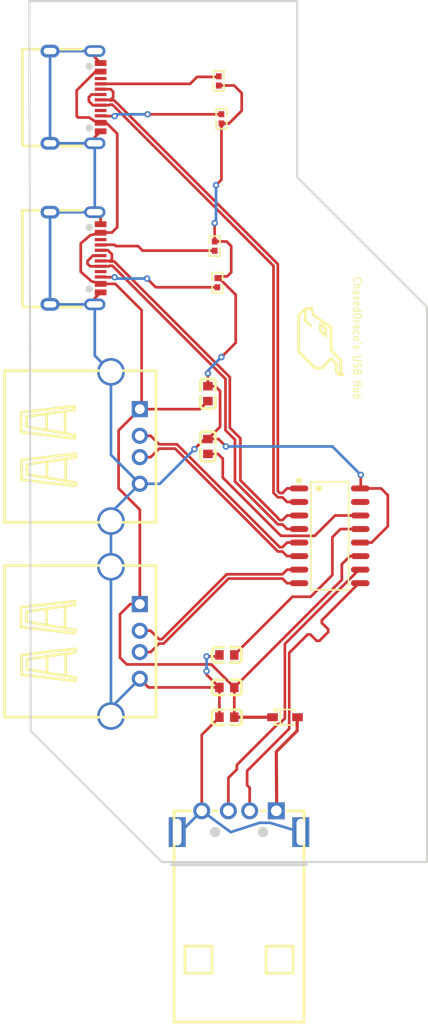
<source format=kicad_pcb>
(kicad_pcb (version 20241229) (generator "pcbnew") (generator_version "9.0")
  (layers (0 "F.Cu" signal "Top Layer") (2 "B.Cu" signal "Bottom Layer") (13 "F.Paste" user "Top Paste Mask Layer") (15 "B.Paste" user "Bottom Paste Mask Layer") (5 "F.SilkS" user "Top Silkscreen Layer") (7 "B.SilkS" user "Bottom Silkscreen Layer") (1 "F.Mask" user "Top Solder Mask Layer") (3 "B.Mask" user "Bottom Solder Mask Layer") (25 "Edge.Cuts" user "Multi-Layer"))
  (net 0 "")
  (net 1 "GND")
  (net 2 "+5V")
  (net 3 "$1N478")
  (net 4 "$1N479")
  (net 5 "$1N11")
  (net 6 "$1N12")
  (net 7 "$1N444")
  (net 8 "$1N467")
  (net 9 "$1N19")
  (net 10 "$1N17")
  (net 11 "$1N16")
  (net 12 "$1N14")
  (net 13 "$1N15")
  (net 14 "$1N6")
  (net 15 "$1N5")
  (net 16 "$1N3")
  (net 17 "$1N4")
  (net 18 "$1N1")
  (net 19 "$1N2")
  (footprint "ProPrj_USBHubwithnewconnectors_2025-12-02:R0402" (layer "F.Cu") (at 146.67 87.643 90)
    (property "Reference" "R1" (hide yes))
    (property "Value" "")
    (pad "1" smd rect (at -0.433 0 90) (size 0.5655 0.54) (layers "F.Cu" "F.Mask" "F.Paste") (net 8 "$1N467"))
    (pad "2" smd rect (at 0.433 0 90) (size 0.5655 0.54) (layers "F.Cu" "F.Mask" "F.Paste") (net 1 "GND"))
  )
  (footprint "ProPrj_USBHubwithnewconnectors_2025-12-02:R0402" (layer "F.Cu") (at 147.051 72.149 90)
    (property "Reference" "R3" (hide yes))
    (property "Value" "")
    (pad "1" smd rect (at -0.433 0 90) (size 0.5655 0.54) (layers "F.Cu" "F.Mask" "F.Paste") (net 1 "GND"))
    (pad "2" smd rect (at 0.433 0 90) (size 0.5655 0.54) (layers "F.Cu" "F.Mask" "F.Paste") (net 3 "$1N478"))
  )
  (footprint "ProPrj_USBHubwithnewconnectors_2025-12-02:USB-A-TH_C46407" (layer "F.Cu") (at 138.288 124.727 -90)
    (property "Reference" "USB3" (hide yes))
    (property "Value" "")
    (pad "1" thru_hole rect (at -3.5 -1.355 270) (size 1.524 1.524) (drill 0.92) (layers "*.Cu" "*.Mask") (net 2 "+5V"))
    (pad "2" thru_hole circle (at -1 -1.355 270) (size 1.524 1.524) (drill 0.92) (layers "*.Cu" "*.Mask") (net 16 "$1N3"))
    (pad "3" thru_hole circle (at 1 -1.355 270) (size 1.524 1.524) (drill 0.92) (layers "*.Cu" "*.Mask") (net 17 "$1N4"))
    (pad "4" thru_hole circle (at 3.5 -1.355 270) (size 1.524 1.524) (drill 0.92) (layers "*.Cu" "*.Mask") (net 1 "GND"))
    (pad "5" thru_hole circle (at 7 1.355 270) (size 2.6 2.6) (drill 2.1) (layers "*.Cu" "*.Mask") (net 1 "GND"))
    (pad "6" thru_hole circle (at -7 1.355 270) (size 2.6 2.6) (drill 2.1) (layers "*.Cu" "*.Mask") (net 1 "GND"))
  )
  (footprint "ProPrj_USBHubwithnewconnectors_2025-12-02:SOD-323_L1.8-W1.3-LS2.5-RD" (layer "F.Cu") (at 153.274 131.839)
    (property "Reference" "D1" (hide yes))
    (property "Value" "")
    (pad "1" smd rect (at -1.1725 0) (size 1 0.75) (layers "F.Cu" "F.Mask" "F.Paste") (net 2 "+5V"))
    (pad "2" smd rect (at 1.1725 0) (size 1 0.75) (layers "F.Cu" "F.Mask" "F.Paste") (net 7 "$1N444"))
  )
  (footprint "ProPrj_USBHubwithnewconnectors_2025-12-02:USB-C-SMD_TYPE-C-6PIN-2MD-073" (layer "F.Cu") (at 133.589 73.673 -90)
    (property "Reference" "USB5" (hide yes))
    (property "Value" "")
    (fp_poly (pts (xy -2.542994 -1.350684) (xy -2.566642 -1.438939) (xy -2.612326 -1.518067) (xy -2.676933 -1.582674) (xy -2.756061 -1.628358) (xy -2.844316 -1.652006) (xy -2.935684 -1.652006) (xy -3.023939 -1.628358) (xy -3.103067 -1.582674) (xy -3.167674 -1.518067) (xy -3.213358 -1.438939) (xy -3.237006 -1.350684) (xy -3.237006 -1.259316) (xy -3.213358 -1.171061) (xy -3.167674 -1.091933) (xy -3.103067 -1.027326) (xy -3.023939 -0.981642) (xy -2.935684 -0.957994) (xy -2.844316 -0.957994) (xy -2.756061 -0.981642) (xy -2.676933 -1.027326) (xy -2.612326 -1.091933) (xy -2.566642 -1.171061) (xy -2.542994 -1.259316)) (fill yes) (layer "Edge.Cuts"))
    (fp_poly (pts (xy 3.237006 -1.350684) (xy 3.213358 -1.438939) (xy 3.167674 -1.518067) (xy 3.103067 -1.582674) (xy 3.023939 -1.628358) (xy 2.935684 -1.652006) (xy 2.844316 -1.652006) (xy 2.756061 -1.628358) (xy 2.676933 -1.582674) (xy 2.612326 -1.518067) (xy 2.566642 -1.438939) (xy 2.542994 -1.350684) (xy 2.542994 -1.259316) (xy 2.566642 -1.171061) (xy 2.612326 -1.091933) (xy 2.676933 -1.027326) (xy 2.756061 -0.981642) (xy 2.844316 -0.957994) (xy 2.935684 -0.957994) (xy 3.023939 -0.981642) (xy 3.103067 -1.027326) (xy 3.167674 -1.091933) (xy 3.213358 -1.171061) (xy 3.237006 -1.259316)) (fill yes) (layer "Edge.Cuts"))
    (pad "1" smd rect (at -3.2 -2.375 270) (size 0.55 1.1) (layers "F.Cu" "F.Mask" "F.Paste") (net 1 "GND"))
    (pad "2" smd rect (at -2.4 -2.375 270) (size 0.55 1.1) (layers "F.Cu" "F.Mask" "F.Paste") (net 2 "+5V"))
    (pad "3" smd rect (at -1.75 -2.375 270) (size 0.3 1.1) (layers "F.Cu" "F.Mask" "F.Paste"))
    (pad "4" smd rect (at -1.25 -2.375 270) (size 0.3 1.1) (layers "F.Cu" "F.Mask" "F.Paste") (net 3 "$1N478"))
    (pad "5" smd rect (at -0.75 -2.375 270) (size 0.3 1.1) (layers "F.Cu" "F.Mask" "F.Paste") (net 10 "$1N17"))
    (pad "6" smd rect (at -0.25 -2.375 270) (size 0.3 1.1) (layers "F.Cu" "F.Mask" "F.Paste") (net 11 "$1N16"))
    (pad "7" smd rect (at 0.25 -2.375 270) (size 0.3 1.1) (layers "F.Cu" "F.Mask" "F.Paste") (net 10 "$1N17"))
    (pad "8" smd rect (at 0.75 -2.375 270) (size 0.3 1.1) (layers "F.Cu" "F.Mask" "F.Paste") (net 11 "$1N16"))
    (pad "9" smd rect (at 1.25 -2.375 270) (size 0.3 1.1) (layers "F.Cu" "F.Mask" "F.Paste"))
    (pad "10" smd rect (at 1.75 -2.375 270) (size 0.3 1.1) (layers "F.Cu" "F.Mask" "F.Paste") (net 4 "$1N479"))
    (pad "11" smd rect (at 2.4 -2.375 270) (size 0.55 1.1) (layers "F.Cu" "F.Mask" "F.Paste") (net 2 "+5V"))
    (pad "12" smd rect (at 3.2 -2.375 270) (size 0.55 1.1) (layers "F.Cu" "F.Mask" "F.Paste") (net 1 "GND"))
    (pad "13" thru_hole oval (at -4.325 -1.825 270) (size 1.1 2) (drill oval 0.6 1.5) (layers "*.Cu" "*.Mask") (net 1 "GND"))
    (pad "13" thru_hole oval (at -4.325 2.375 270) (size 1.2 1.8) (drill oval 0.6 1.2) (layers "*.Cu" "*.Mask"))
    (pad "14" thru_hole oval (at 4.325 -1.825 270) (size 1.1 2) (drill oval 0.6 1.5) (layers "*.Cu" "*.Mask") (net 1 "GND"))
    (pad "14" thru_hole oval (at 4.325 2.375 270) (size 1.2 1.8) (drill oval 0.6 1.2) (layers "*.Cu" "*.Mask"))
  )
  (footprint "ProPrj_USBHubwithnewconnectors_2025-12-02:C0603" (layer "F.Cu") (at 147.813 129.045 180)
    (property "Reference" "C1" (hide yes))
    (property "Value" "")
    (pad "1" smd rect (at -0.7 0 180) (size 0.8 0.9) (layers "F.Cu" "F.Mask" "F.Paste") (net 2 "+5V"))
    (pad "2" smd rect (at 0.7 0 180) (size 0.8 0.9) (layers "F.Cu" "F.Mask" "F.Paste") (net 1 "GND"))
  )
  (footprint "ProPrj_USBHubwithnewconnectors_2025-12-02:C0603" (layer "F.Cu") (at 147.813 125.997 180)
    (property "Reference" "C5" (hide yes))
    (property "Value" "")
    (pad "1" smd rect (at -0.7 0 180) (size 0.8 0.9) (layers "F.Cu" "F.Mask" "F.Paste") (net 6 "$1N12"))
    (pad "2" smd rect (at 0.7 0 180) (size 0.8 0.9) (layers "F.Cu" "F.Mask" "F.Paste") (net 1 "GND"))
  )
  (footprint "ProPrj_USBHubwithnewconnectors_2025-12-02:C0603" (layer "F.Cu") (at 146.035 101.486 90)
    (property "Reference" "C3" (hide yes))
    (property "Value" "")
    (pad "1" smd rect (at -0.7 0 90) (size 0.8 0.9) (layers "F.Cu" "F.Mask" "F.Paste") (net 2 "+5V"))
    (pad "2" smd rect (at 0.7 0 90) (size 0.8 0.9) (layers "F.Cu" "F.Mask" "F.Paste") (net 1 "GND"))
  )
  (footprint "ProPrj_USBHubwithnewconnectors_2025-12-02:USB-C-SMD_TYPE-C-6PIN-2MD-073" (layer "F.Cu") (at 133.589 88.786 -90)
    (property "Reference" "USB4" (hide yes))
    (property "Value" "")
    (fp_poly (pts (xy -2.542994 -1.350684) (xy -2.566642 -1.438939) (xy -2.612326 -1.518067) (xy -2.676933 -1.582674) (xy -2.756061 -1.628358) (xy -2.844316 -1.652006) (xy -2.935684 -1.652006) (xy -3.023939 -1.628358) (xy -3.103067 -1.582674) (xy -3.167674 -1.518067) (xy -3.213358 -1.438939) (xy -3.237006 -1.350684) (xy -3.237006 -1.259316) (xy -3.213358 -1.171061) (xy -3.167674 -1.091933) (xy -3.103067 -1.027326) (xy -3.023939 -0.981642) (xy -2.935684 -0.957994) (xy -2.844316 -0.957994) (xy -2.756061 -0.981642) (xy -2.676933 -1.027326) (xy -2.612326 -1.091933) (xy -2.566642 -1.171061) (xy -2.542994 -1.259316)) (fill yes) (layer "Edge.Cuts"))
    (fp_poly (pts (xy 3.237006 -1.350684) (xy 3.213358 -1.438939) (xy 3.167674 -1.518067) (xy 3.103067 -1.582674) (xy 3.023939 -1.628358) (xy 2.935684 -1.652006) (xy 2.844316 -1.652006) (xy 2.756061 -1.628358) (xy 2.676933 -1.582674) (xy 2.612326 -1.518067) (xy 2.566642 -1.438939) (xy 2.542994 -1.350684) (xy 2.542994 -1.259316) (xy 2.566642 -1.171061) (xy 2.612326 -1.091933) (xy 2.676933 -1.027326) (xy 2.756061 -0.981642) (xy 2.844316 -0.957994) (xy 2.935684 -0.957994) (xy 3.023939 -0.981642) (xy 3.103067 -1.027326) (xy 3.167674 -1.091933) (xy 3.213358 -1.171061) (xy 3.237006 -1.259316)) (fill yes) (layer "Edge.Cuts"))
    (pad "1" smd rect (at -3.2 -2.375 270) (size 0.55 1.1) (layers "F.Cu" "F.Mask" "F.Paste") (net 1 "GND"))
    (pad "2" smd rect (at -2.4 -2.375 270) (size 0.55 1.1) (layers "F.Cu" "F.Mask" "F.Paste") (net 2 "+5V"))
    (pad "3" smd rect (at -1.75 -2.375 270) (size 0.3 1.1) (layers "F.Cu" "F.Mask" "F.Paste"))
    (pad "4" smd rect (at -1.25 -2.375 270) (size 0.3 1.1) (layers "F.Cu" "F.Mask" "F.Paste") (net 8 "$1N467"))
    (pad "5" smd rect (at -0.75 -2.375 270) (size 0.3 1.1) (layers "F.Cu" "F.Mask" "F.Paste") (net 12 "$1N14"))
    (pad "6" smd rect (at -0.25 -2.375 270) (size 0.3 1.1) (layers "F.Cu" "F.Mask" "F.Paste") (net 13 "$1N15"))
    (pad "7" smd rect (at 0.25 -2.375 270) (size 0.3 1.1) (layers "F.Cu" "F.Mask" "F.Paste") (net 12 "$1N14"))
    (pad "8" smd rect (at 0.75 -2.375 270) (size 0.3 1.1) (layers "F.Cu" "F.Mask" "F.Paste") (net 13 "$1N15"))
    (pad "9" smd rect (at 1.25 -2.375 270) (size 0.3 1.1) (layers "F.Cu" "F.Mask" "F.Paste"))
    (pad "10" smd rect (at 1.75 -2.375 270) (size 0.3 1.1) (layers "F.Cu" "F.Mask" "F.Paste") (net 9 "$1N19"))
    (pad "11" smd rect (at 2.4 -2.375 270) (size 0.55 1.1) (layers "F.Cu" "F.Mask" "F.Paste") (net 2 "+5V"))
    (pad "12" smd rect (at 3.2 -2.375 270) (size 0.55 1.1) (layers "F.Cu" "F.Mask" "F.Paste") (net 1 "GND"))
    (pad "13" thru_hole oval (at -4.325 -1.825 270) (size 1.1 2) (drill oval 0.6 1.5) (layers "*.Cu" "*.Mask") (net 1 "GND"))
    (pad "13" thru_hole oval (at -4.325 2.375 270) (size 1.2 1.8) (drill oval 0.6 1.2) (layers "*.Cu" "*.Mask"))
    (pad "14" thru_hole oval (at 4.325 -1.825 270) (size 1.1 2) (drill oval 0.6 1.5) (layers "*.Cu" "*.Mask") (net 1 "GND"))
    (pad "14" thru_hole oval (at 4.325 2.375 270) (size 1.2 1.8) (drill oval 0.6 1.2) (layers "*.Cu" "*.Mask"))
  )
  (footprint "ProPrj_USBHubwithnewconnectors_2025-12-02:USB-A-TH_C46407" (layer "F.Cu") (at 138.288 106.439 -90)
    (property "Reference" "USB2" (hide yes))
    (property "Value" "")
    (pad "1" thru_hole rect (at -3.5 -1.355 270) (size 1.524 1.524) (drill 0.92) (layers "*.Cu" "*.Mask") (net 2 "+5V"))
    (pad "2" thru_hole circle (at -1 -1.355 270) (size 1.524 1.524) (drill 0.92) (layers "*.Cu" "*.Mask") (net 14 "$1N6"))
    (pad "3" thru_hole circle (at 1 -1.355 270) (size 1.524 1.524) (drill 0.92) (layers "*.Cu" "*.Mask") (net 15 "$1N5"))
    (pad "4" thru_hole circle (at 3.5 -1.355 270) (size 1.524 1.524) (drill 0.92) (layers "*.Cu" "*.Mask") (net 1 "GND"))
    (pad "5" thru_hole circle (at 7 1.355 270) (size 2.6 2.6) (drill 2.1) (layers "*.Cu" "*.Mask") (net 1 "GND"))
    (pad "6" thru_hole circle (at -7 1.355 270) (size 2.6 2.6) (drill 2.1) (layers "*.Cu" "*.Mask") (net 1 "GND"))
  )
  (footprint "ProPrj_USBHubwithnewconnectors_2025-12-02:R0402" (layer "F.Cu") (at 146.924 91.072 90)
    (property "Reference" "R2" (hide yes))
    (property "Value" "")
    (pad "1" smd rect (at -0.433 0 90) (size 0.5655 0.54) (layers "F.Cu" "F.Mask" "F.Paste") (net 9 "$1N19"))
    (pad "2" smd rect (at 0.433 0 90) (size 0.5655 0.54) (layers "F.Cu" "F.Mask" "F.Paste") (net 1 "GND"))
  )
  (footprint "ProPrj_USBHubwithnewconnectors_2025-12-02:C0603" (layer "F.Cu") (at 146.035 106.439 90)
    (property "Reference" "C4" (hide yes))
    (property "Value" "")
    (pad "1" smd rect (at -0.7 0 90) (size 0.8 0.9) (layers "F.Cu" "F.Mask" "F.Paste") (net 5 "$1N11"))
    (pad "2" smd rect (at 0.7 0 90) (size 0.8 0.9) (layers "F.Cu" "F.Mask" "F.Paste") (net 1 "GND"))
  )
  (footprint "ProPrj_USBHubwithnewconnectors_2025-12-02:C0603" (layer "F.Cu") (at 147.813 131.839 180)
    (property "Reference" "C2" (hide yes))
    (property "Value" "")
    (pad "1" smd rect (at -0.7 0 180) (size 0.8 0.9) (layers "F.Cu" "F.Mask" "F.Paste") (net 2 "+5V"))
    (pad "2" smd rect (at 0.7 0 180) (size 0.8 0.9) (layers "F.Cu" "F.Mask" "F.Paste") (net 1 "GND"))
  )
  (footprint "ProPrj_USBHubwithnewconnectors_2025-12-02:R0402" (layer "F.Cu") (at 147.305 75.705 90)
    (property "Reference" "R4" (hide yes))
    (property "Value" "")
    (pad "1" smd rect (at -0.433 0 90) (size 0.5655 0.54) (layers "F.Cu" "F.Mask" "F.Paste") (net 1 "GND"))
    (pad "2" smd rect (at 0.433 0 90) (size 0.5655 0.54) (layers "F.Cu" "F.Mask" "F.Paste") (net 4 "$1N479"))
  )
  (footprint "ProPrj_USBHubwithnewconnectors_2025-12-02:USB-A-TH_U-G-04WD-W-01" (layer "F.Cu") (at 148.956 141.618)
    (property "Reference" "USB1" (hide yes))
    (property "Value" "")
    (fp_line (start -6.35 4.064) (end 6.35 4.064) (stroke (width 0.254)) (layer "Edge.Cuts"))
    (fp_poly (pts (xy -1.754278 0.925237) (xy -1.78806 0.799158) (xy -1.853323 0.686119) (xy -1.945619 0.593823) (xy -2.058658 0.52856) (xy -2.184737 0.494778) (xy -2.315263 0.494778) (xy -2.441342 0.52856) (xy -2.554381 0.593823) (xy -2.646677 0.686119) (xy -2.71194 0.799158) (xy -2.745722 0.925237) (xy -2.745722 1.055763) (xy -2.71194 1.181842) (xy -2.646677 1.294881) (xy -2.554381 1.387177) (xy -2.441342 1.45244) (xy -2.315263 1.486222) (xy -2.184737 1.486222) (xy -2.058658 1.45244) (xy -1.945619 1.387177) (xy -1.853323 1.294881) (xy -1.78806 1.181842) (xy -1.754278 1.055763)) (fill yes) (layer "Edge.Cuts"))
    (fp_poly (pts (xy 2.745722 0.925237) (xy 2.71194 0.799158) (xy 2.646677 0.686119) (xy 2.554381 0.593823) (xy 2.441342 0.52856) (xy 2.315263 0.494778) (xy 2.184737 0.494778) (xy 2.058658 0.52856) (xy 1.945619 0.593823) (xy 1.853323 0.686119) (xy 1.78806 0.799158) (xy 1.754278 0.925237) (xy 1.754278 1.055763) (xy 1.78806 1.181842) (xy 1.853323 1.294881) (xy 1.945619 1.387177) (xy 2.058658 1.45244) (xy 2.184737 1.486222) (xy 2.315263 1.486222) (xy 2.441342 1.45244) (xy 2.554381 1.387177) (xy 2.646677 1.294881) (xy 2.71194 1.181842) (xy 2.745722 1.055763)) (fill yes) (layer "Edge.Cuts"))
    (pad "1" thru_hole rect (at 3.5 -1) (size 1.6 1.6) (drill 1) (layers "*.Cu" "*.Mask") (net 7 "$1N444"))
    (pad "2" thru_hole circle (at 1 -1) (size 1.6 1.6) (drill 1) (layers "*.Cu" "*.Mask") (net 19 "$1N2"))
    (pad "3" thru_hole circle (at -1 -1) (size 1.6 1.6) (drill 1) (layers "*.Cu" "*.Mask") (net 18 "$1N1"))
    (pad "4" thru_hole circle (at -3.5 -1) (size 1.6 1.6) (drill 1) (layers "*.Cu" "*.Mask") (net 1 "GND"))
    (pad "5" thru_hole rect (at 5.8 1) (size 1.6 2.8) (drill oval 0.8 2.5) (layers "*.Cu" "*.Mask") (net 1 "GND"))
    (pad "6" thru_hole rect (at -5.8 1) (size 1.6 2.8) (drill oval 0.8 2.5) (layers "*.Cu" "*.Mask") (net 1 "GND"))
  )
  (footprint "ProPrj_USBHubwithnewconnectors_2025-12-02:SOP-16_L10.0-W3.9-P1.27-LS6.0-BL" (layer "F.Cu") (at 157.465 114.821 -90)
    (property "Reference" "U1" (hide yes))
    (property "Value" "")
    (pad "1" smd oval (at -4.445 2.8725 270) (size 0.56 1.745) (layers "F.Cu" "F.Mask" "F.Paste") (net 10 "$1N17"))
    (pad "2" smd oval (at -3.175 2.8725 270) (size 0.56 1.745) (layers "F.Cu" "F.Mask" "F.Paste") (net 11 "$1N16"))
    (pad "3" smd oval (at -1.905 2.8725 270) (size 0.56 1.745) (layers "F.Cu" "F.Mask" "F.Paste") (net 12 "$1N14"))
    (pad "4" smd oval (at -0.635 2.8725 270) (size 0.56 1.745) (layers "F.Cu" "F.Mask" "F.Paste") (net 13 "$1N15"))
    (pad "5" smd oval (at 0.635 2.8725 270) (size 0.56 1.745) (layers "F.Cu" "F.Mask" "F.Paste") (net 14 "$1N6"))
    (pad "6" smd oval (at 1.905 2.8725 270) (size 0.56 1.745) (layers "F.Cu" "F.Mask" "F.Paste") (net 15 "$1N5"))
    (pad "7" smd oval (at 3.175 2.8725 270) (size 0.56 1.745) (layers "F.Cu" "F.Mask" "F.Paste") (net 16 "$1N3"))
    (pad "8" smd oval (at 4.445 2.8725 270) (size 0.56 1.745) (layers "F.Cu" "F.Mask" "F.Paste") (net 17 "$1N4"))
    (pad "9" smd oval (at 4.445 -2.8725 270) (size 0.56 1.745) (layers "F.Cu" "F.Mask" "F.Paste") (net 19 "$1N2"))
    (pad "10" smd oval (at 3.175 -2.8725 270) (size 0.56 1.745) (layers "F.Cu" "F.Mask" "F.Paste") (net 18 "$1N1"))
    (pad "11" smd oval (at 1.905 -2.8725 270) (size 0.56 1.745) (layers "F.Cu" "F.Mask" "F.Paste") (net 2 "+5V"))
    (pad "12" smd oval (at 0.635 -2.8725 270) (size 0.56 1.745) (layers "F.Cu" "F.Mask" "F.Paste") (net 1 "GND"))
    (pad "13" smd oval (at -0.635 -2.8725 270) (size 0.56 1.745) (layers "F.Cu" "F.Mask" "F.Paste") (net 6 "$1N12"))
    (pad "14" smd oval (at -1.905 -2.8725 270) (size 0.56 1.745) (layers "F.Cu" "F.Mask" "F.Paste") (net 5 "$1N11"))
    (pad "15" smd oval (at -3.175 -2.8725 270) (size 0.56 1.745) (layers "F.Cu" "F.Mask" "F.Paste"))
    (pad "16" smd oval (at -4.445 -2.8725 270) (size 0.56 1.745) (layers "F.Cu" "F.Mask" "F.Paste") (net 1 "GND"))
  )
  (gr_line (start 136.895 73.923) (end 135.964 73.923) (stroke (width 0.254)) (layer "F.Cu") (net 10))
  (gr_line (start 148.015 76.138) (end 149.21 74.943) (stroke (width 0.254)) (layer "F.Cu") (net 1))
  (gr_line (start 148.6445 92.207) (end 148.6445 96.7175) (stroke (width 0.254)) (layer "F.Cu") (net 1))
  (gr_line (start 146.924 91.505) (end 141.134 91.505) (stroke (width 0.254)) (layer "F.Cu") (net 9))
  (gr_line (start 146.732 100.786) (end 147.178 101.232) (stroke (width 0.254)) (layer "F.Cu") (net 1))
  (gr_line (start 138.415 126.886) (end 137.78 126.251) (stroke (width 0.254)) (layer "F.Cu") (net 2))
  (gr_line (start 147.305 76.138) (end 148.015 76.138) (stroke (width 0.254)) (layer "F.Cu") (net 1))
  (gr_line (start 148.2225 87.643) (end 148.2225 90.104) (stroke (width 0.254)) (layer "F.Cu") (net 1))
  (gr_line (start 148.6445 96.7175) (end 147.305 98.057) (stroke (width 0.254)) (layer "F.Cu") (net 1))
  (gr_line (start 134.859 73.673) (end 135.109 73.423) (stroke (width 0.254)) (layer "F.Cu") (net 11))
  (gr_line (start 147.7895 87.21) (end 148.2225 87.643) (stroke (width 0.254)) (layer "F.Cu") (net 1))
  (gr_line (start 161.402 115.456) (end 162.926 113.932) (stroke (width 0.254)) (layer "F.Cu") (net 1))
  (gr_line (start 159.37 116.726) (end 160.3375 116.726) (stroke (width 0.254)) (layer "F.Cu") (net 2))
  (gr_line (start 148.513 131.839) (end 148.513 129.045) (stroke (width 0.254)) (layer "F.Cu") (net 2))
  (gr_line (start 137.018 86.373) (end 135.964 86.373) (stroke (width 0.254)) (layer "F.Cu") (net 2))
  (gr_line (start 139.906 88.0685) (end 139.4805 87.643) (stroke (width 0.254)) (layer "F.Cu") (net 8))
  (gr_line (start 158.608 118.95) (end 158.608 117.488) (stroke (width 0.254)) (layer "F.Cu") (net 2))
  (gr_line (start 137.272 87.516) (end 135.964 87.516) (stroke (width 0.254)) (layer "F.Cu") (net 8))
  (gr_line (start 137.145 73.673) (end 136.895 73.923) (stroke (width 0.254)) (layer "F.Cu") (net 10))
  (gr_line (start 133.716 73.038) (end 133.716 75.451) (stroke (width 0.254)) (layer "F.Cu") (net 2))
  (gr_line (start 135.109 73.423) (end 135.964 73.423) (stroke (width 0.254)) (layer "F.Cu") (net 11))
  (gr_line (start 135.481 71.273) (end 133.716 73.038) (stroke (width 0.254)) (layer "F.Cu") (net 2))
  (gr_line (start 139.643 121.227) (end 139.643 112.366) (stroke (width 0.254)) (layer "F.Cu") (net 2))
  (gr_line (start 155.687 120.536) (end 157.719 118.504) (stroke (width 0.254)) (layer "F.Cu") (net 6))
  (gr_line (start 137.78 126.251) (end 137.78 122.187) (stroke (width 0.254)) (layer "F.Cu") (net 2))
  (gr_line (start 146.354 126.886) (end 138.415 126.886) (stroke (width 0.254)) (layer "F.Cu") (net 2))
  (gr_line (start 145.456 133.496) (end 147.113 131.839) (stroke (width 0.254)) (layer "F.Cu") (net 1))
  (gr_line (start 160.3375 112.916) (end 157.973 112.916) (stroke (width 0.254)) (layer "F.Cu") (net 5))
  (gr_line (start 145.282 102.939) (end 146.035 102.186) (stroke (width 0.254)) (layer "F.Cu") (net 2))
  (gr_line (start 146.035 99.581) (end 146.035 100.786) (stroke (width 0.254)) (layer "F.Cu") (net 1))
  (gr_line (start 134.8885 75.578) (end 135.636 76.073) (stroke (width 0.254)) (layer "F.Cu") (net 2))
  (gr_line (start 147.432 109.36) (end 147.432 107.582) (stroke (width 0.254)) (layer "F.Cu") (net 5))
  (gr_line (start 133.716 75.451) (end 133.843 75.578) (stroke (width 0.254)) (layer "F.Cu") (net 2))
  (gr_line (start 135.414 92.536) (end 135.964 91.986) (stroke (width 0.254)) (layer "F.Cu") (net 1))
  (gr_line (start 162.926 111.011) (end 162.291 110.376) (stroke (width 0.254)) (layer "F.Cu") (net 1))
  (gr_line (start 146.035 105.739) (end 147.0255 105.739) (stroke (width 0.254)) (layer "F.Cu") (net 1))
  (gr_line (start 145.719 105.739) (end 144.765 106.693) (stroke (width 0.254)) (layer "F.Cu") (net 1))
  (gr_line (start 135.964 91.186) (end 135.113 90.945) (stroke (width 0.254)) (layer "F.Cu") (net 2))
  (gr_line (start 146.035 105.739) (end 145.719 105.739) (stroke (width 0.254)) (layer "F.Cu") (net 1))
  (gr_line (start 146.67 87.21) (end 147.7895 87.21) (stroke (width 0.254)) (layer "F.Cu") (net 1))
  (gr_line (start 148.513 125.997) (end 153.974 120.536) (stroke (width 0.254)) (layer "F.Cu") (net 6))
  (gr_line (start 134.986 86.627) (end 135.964 86.386) (stroke (width 0.254)) (layer "F.Cu") (net 2))
  (gr_line (start 152.893 114.821) (end 147.432 109.36) (stroke (width 0.254)) (layer "F.Cu") (net 5))
  (gr_line (start 145.908 126.132) (end 146.978 126.132) (stroke (width 0.254)) (layer "F.Cu") (net 1))
  (gr_line (start 145.456 140.618) (end 145.456 133.496) (stroke (width 0.254)) (layer "F.Cu") (net 1))
  (gr_line (start 147.113 129.045) (end 140.461 129.045) (stroke (width 0.254)) (layer "F.Cu") (net 1))
  (gr_line (start 135.964 71.273) (end 135.481 71.273) (stroke (width 0.254)) (layer "F.Cu") (net 2))
  (gr_line (start 146.67 88.0685) (end 139.906 88.0685) (stroke (width 0.254)) (layer "F.Cu") (net 8))
  (gr_line (start 148.513 129.045) (end 158.608 118.95) (stroke (width 0.254)) (layer "F.Cu") (net 2))
  (gr_line (start 160.3375 115.456) (end 161.402 115.456) (stroke (width 0.254)) (layer "F.Cu") (net 1))
  (gr_line (start 139.812 93.6565) (end 137.3415 91.186) (stroke (width 0.254)) (layer "F.Cu") (net 2))
  (gr_line (start 137.3415 91.186) (end 135.964 91.186) (stroke (width 0.254)) (layer "F.Cu") (net 2))
  (gr_line (start 141.134 91.505) (end 140.32 90.691) (stroke (width 0.254)) (layer "F.Cu") (net 9))
  (gr_line (start 134.097 87.389) (end 134.986 86.627) (stroke (width 0.254)) (layer "F.Cu") (net 2))
  (gr_line (start 147.178 104.596) (end 146.035 105.739) (stroke (width 0.254)) (layer "F.Cu") (net 1))
  (gr_line (start 147.113 129.045) (end 145.908 127.84) (stroke (width 0.254)) (layer "F.Cu") (net 1))
  (gr_line (start 136.8575 89.036) (end 135.964 89.036) (stroke (width 0.254)) (layer "F.Cu") (net 12))
  (gr_line (start 135.414 84.461) (end 135.964 85.011) (stroke (width 0.254)) (layer "F.Cu") (net 1))
  (gr_line (start 139.812 102.756) (end 139.812 93.6565) (stroke (width 0.254)) (layer "F.Cu") (net 2))
  (gr_line (start 135.414 69.923) (end 135.964 70.473) (stroke (width 0.254)) (layer "F.Cu") (net 1))
  (gr_line (start 160.386 109.106) (end 160.386 110.3275) (stroke (width 0.254)) (layer "F.Cu") (net 1))
  (gr_line (start 147.0765 90.639) (end 148.6445 92.207) (stroke (width 0.254)) (layer "F.Cu") (net 1))
  (gr_line (start 162.926 113.932) (end 162.926 111.011) (stroke (width 0.254)) (layer "F.Cu") (net 1))
  (gr_line (start 135.964 72.923) (end 136.903 72.923) (stroke (width 0.254)) (layer "F.Cu") (net 10))
  (gr_line (start 144.364 72.423) (end 145.019 71.768) (stroke (width 0.254)) (layer "F.Cu") (net 3))
  (gr_line (start 145.908 127.84) (end 145.908 127.521) (stroke (width 0.254)) (layer "F.Cu") (net 1))
  (gr_line (start 156.068 114.821) (end 152.893 114.821) (stroke (width 0.254)) (layer "F.Cu") (net 5))
  (gr_line (start 135.228 74.423) (end 134.859 74.054) (stroke (width 0.254)) (layer "F.Cu") (net 11))
  (gr_line (start 146.035 100.786) (end 146.732 100.786) (stroke (width 0.254)) (layer "F.Cu") (net 1))
  (gr_line (start 135.964 74.423) (end 135.228 74.423) (stroke (width 0.254)) (layer "F.Cu") (net 11))
  (gr_line (start 136.497 76.073) (end 137.526 77.102) (stroke (width 0.254)) (layer "F.Cu") (net 2))
  (gr_line (start 139.4805 87.643) (end 137.399 87.643) (stroke (width 0.254)) (layer "F.Cu") (net 8))
  (gr_line (start 138.74 121.227) (end 139.643 121.227) (stroke (width 0.254)) (layer "F.Cu") (net 2))
  (gr_line (start 135.113 90.945) (end 134.097 90.056) (stroke (width 0.254)) (layer "F.Cu") (net 2))
  (gr_line (start 134.859 74.054) (end 134.859 73.673) (stroke (width 0.254)) (layer "F.Cu") (net 11))
  (gr_line (start 135.414 93.111) (end 135.414 92.536) (stroke (width 0.254)) (layer "F.Cu") (net 1))
  (gr_line (start 146.67 85.484) (end 146.67 87.21) (stroke (width 0.254)) (layer "F.Cu") (net 1))
  (gr_line (start 146.989 107.139) (end 146.035 107.139) (stroke (width 0.254)) (layer "F.Cu") (net 5))
  (gr_line (start 137.018 88.405) (end 137.018 88.942) (stroke (width 0.254)) (layer "F.Cu") (net 12))
  (gr_line (start 136.903 72.923) (end 137.145 73.165) (stroke (width 0.254)) (layer "F.Cu") (net 10))
  (gr_line (start 146.924 90.639) (end 147.0765 90.639) (stroke (width 0.254)) (layer "F.Cu") (net 1))
  (gr_line (start 147.432 107.582) (end 146.989 107.139) (stroke (width 0.254)) (layer "F.Cu") (net 5))
  (gr_line (start 137.653 110.376) (end 137.653 104.929) (stroke (width 0.254)) (layer "F.Cu") (net 2))
  (gr_line (start 158.608 117.488) (end 159.37 116.726) (stroke (width 0.254)) (layer "F.Cu") (net 2))
  (gr_line (start 135.636 76.073) (end 135.964 76.073) (stroke (width 0.254)) (layer "F.Cu") (net 2))
  (gr_line (start 148.2225 90.104) (end 147.8395 90.487) (stroke (width 0.254)) (layer "F.Cu") (net 1))
  (gr_line (start 147.113 131.839) (end 147.113 129.045) (stroke (width 0.254)) (layer "F.Cu") (net 1))
  (gr_line (start 146.978 126.132) (end 147.113 125.997) (stroke (width 0.254)) (layer "F.Cu") (net 1))
  (gr_line (start 145.019 71.768) (end 147.051 71.768) (stroke (width 0.254)) (layer "F.Cu") (net 3))
  (gr_line (start 135.414 77.998) (end 135.414 77.423) (stroke (width 0.254)) (layer "F.Cu") (net 1))
  (gr_line (start 135.236 88.536) (end 134.732 89.04) (stroke (width 0.254)) (layer "F.Cu") (net 13))
  (gr_line (start 147.178 101.232) (end 147.178 104.596) (stroke (width 0.254)) (layer "F.Cu") (net 1))
  (gr_line (start 152.496 140.586) (end 152.456 135.07) (stroke (width 0.3)) (layer "F.Cu") (net 7))
  (gr_line (start 133.843 75.578) (end 134.8885 75.578) (stroke (width 0.254)) (layer "F.Cu") (net 2))
  (gr_line (start 135.414 77.423) (end 135.964 76.873) (stroke (width 0.254)) (layer "F.Cu") (net 1))
  (gr_line (start 137.399 87.643) (end 137.272 87.516) (stroke (width 0.254)) (layer "F.Cu") (net 8))
  (gr_line (start 157.719 114.948) (end 158.481 114.186) (stroke (width 0.254)) (layer "F.Cu") (net 6))
  (gr_line (start 139.643 102.939) (end 145.282 102.939) (stroke (width 0.254)) (layer "F.Cu") (net 2))
  (gr_line (start 137.526 77.102) (end 137.526 85.865) (stroke (width 0.254)) (layer "F.Cu") (net 2))
  (gr_line (start 137.272 90.564) (end 135.964 90.564) (stroke (width 0.254)) (layer "F.Cu") (net 9))
  (gr_line (start 147.8395 90.487) (end 147.0765 90.487) (stroke (width 0.254)) (layer "F.Cu") (net 1))
  (gr_line (start 137.653 104.929) (end 139.643 102.939) (stroke (width 0.254)) (layer "F.Cu") (net 2))
  (gr_line (start 136.649 88.036) (end 137.018 88.405) (stroke (width 0.254)) (layer "F.Cu") (net 12))
  (gr_line (start 137.018 88.942) (end 136.8575 89.036) (stroke (width 0.254)) (layer "F.Cu") (net 12))
  (gr_line (start 149.21 73.292) (end 148.4925 72.5745) (stroke (width 0.254)) (layer "F.Cu") (net 1))
  (gr_line (start 135.964 85.011) (end 135.964 85.586) (stroke (width 0.254)) (layer "F.Cu") (net 1))
  (gr_line (start 147.305 75.2795) (end 140.42 75.2795) (stroke (width 0.254)) (layer "F.Cu") (net 4))
  (gr_line (start 147.0765 90.487) (end 146.924 90.639) (stroke (width 0.254)) (layer "F.Cu") (net 1))
  (gr_line (start 139.643 112.366) (end 137.653 110.376) (stroke (width 0.254)) (layer "F.Cu") (net 2))
  (gr_line (start 135.964 88.536) (end 135.236 88.536) (stroke (width 0.254)) (layer "F.Cu") (net 13))
  (gr_line (start 152.456 135.07) (end 154.417 133.109) (stroke (width 0.3)) (layer "F.Cu") (net 7))
  (gr_line (start 137.526 85.865) (end 137.018 86.373) (stroke (width 0.254)) (layer "F.Cu") (net 2))
  (gr_line (start 147.305 81.42) (end 146.797 81.928) (stroke (width 0.254)) (layer "F.Cu") (net 1))
  (gr_line (start 137.272 75.451) (end 135.964 75.451) (stroke (width 0.254)) (layer "F.Cu") (net 4))
  (gr_line (start 137.145 73.165) (end 137.145 73.673) (stroke (width 0.254)) (layer "F.Cu") (net 10))
  (gr_line (start 134.732 89.294) (end 134.974 89.536) (stroke (width 0.254)) (layer "F.Cu") (net 13))
  (gr_line (start 160.386 110.3275) (end 160.3375 110.376) (stroke (width 0.254)) (layer "F.Cu") (net 1))
  (gr_line (start 134.097 90.056) (end 134.097 87.389) (stroke (width 0.254)) (layer "F.Cu") (net 2))
  (gr_line (start 134.732 89.04) (end 134.732 89.294) (stroke (width 0.254)) (layer "F.Cu") (net 13))
  (gr_line (start 154.417 133.109) (end 154.417 131.8685) (stroke (width 0.3)) (layer "F.Cu") (net 7))
  (gr_line (start 147.0255 105.739) (end 147.7255 106.439) (stroke (width 0.254)) (layer "F.Cu") (net 1))
  (gr_line (start 158.481 114.186) (end 160.3375 114.186) (stroke (width 0.254)) (layer "F.Cu") (net 6))
  (gr_line (start 135.964 76.073) (end 136.497 76.073) (stroke (width 0.254)) (layer "F.Cu") (net 2))
  (gr_line (start 134.974 89.536) (end 135.964 89.536) (stroke (width 0.254)) (layer "F.Cu") (net 13))
  (gr_line (start 153.974 120.536) (end 155.687 120.536) (stroke (width 0.254)) (layer "F.Cu") (net 6))
  (gr_line (start 135.964 88.036) (end 136.649 88.036) (stroke (width 0.254)) (layer "F.Cu") (net 12))
  (gr_line (start 162.291 110.376) (end 160.3375 110.376) (stroke (width 0.254)) (layer "F.Cu") (net 1))
  (gr_line (start 137.78 122.187) (end 138.74 121.227) (stroke (width 0.254)) (layer "F.Cu") (net 2))
  (gr_line (start 157.973 112.916) (end 156.068 114.821) (stroke (width 0.254)) (layer "F.Cu") (net 5))
  (gr_line (start 152.1015 131.839) (end 148.513 131.839) (stroke (width 0.3)) (layer "F.Cu") (net 2))
  (gr_line (start 135.964 72.423) (end 144.364 72.423) (stroke (width 0.254)) (layer "F.Cu") (net 3))
  (gr_line (start 147.305 76.138) (end 147.305 81.42) (stroke (width 0.254)) (layer "F.Cu") (net 1))
  (gr_line (start 148.4925 72.5745) (end 147.051 72.5745) (stroke (width 0.254)) (layer "F.Cu") (net 1))
  (gr_line (start 135.414 69.348) (end 135.414 69.923) (stroke (width 0.254)) (layer "F.Cu") (net 1))
  (gr_line (start 140.461 129.045) (end 139.643 128.227) (stroke (width 0.254)) (layer "F.Cu") (net 1))
  (gr_line (start 149.21 74.943) (end 149.21 73.292) (stroke (width 0.254)) (layer "F.Cu") (net 1))
  (gr_line (start 157.719 118.504) (end 157.719 114.948) (stroke (width 0.254)) (layer "F.Cu") (net 6))
  (gr_line (start 154.417 131.8685) (end 154.4465 131.839) (stroke (width 0.3)) (layer "F.Cu") (net 7))
  (gr_line (start 148.513 129.045) (end 146.354 126.886) (stroke (width 0.254)) (layer "F.Cu") (net 2))
  (gr_line (start 145.456 140.618) (end 143.456 142.618) (stroke (width 0.254)) (layer "B.Cu") (net 1))
  (gr_line (start 135.414 97.92) (end 135.414 93.111) (stroke (width 0.254)) (layer "B.Cu") (net 1))
  (gr_line (start 135.414 77.998) (end 131.214 77.998) (stroke (width 0.254)) (layer "B.Cu") (net 1))
  (gr_line (start 143.456 142.618) (end 143.156 142.618) (stroke (width 0.254)) (layer "B.Cu") (net 1))
  (gr_line (start 135.414 84.461) (end 135.414 77.998) (stroke (width 0.254)) (layer "B.Cu") (net 1))
  (gr_line (start 131.214 69.348) (end 135.414 69.348) (stroke (width 0.254)) (layer "B.Cu") (net 1))
  (gr_line (start 147.305 98.057) (end 146.035 99.327) (stroke (width 0.254)) (layer "B.Cu") (net 1))
  (gr_line (start 136.933 107.229) (end 136.933 99.439) (stroke (width 0.254)) (layer "B.Cu") (net 1))
  (gr_line (start 144.765 106.693) (end 141.519 109.939) (stroke (width 0.254)) (layer "B.Cu") (net 1))
  (gr_line (start 136.933 99.439) (end 135.414 97.92) (stroke (width 0.254)) (layer "B.Cu") (net 1))
  (gr_line (start 146.797 85.357) (end 146.67 85.484) (stroke (width 0.254)) (layer "B.Cu") (net 1))
  (gr_line (start 146.797 81.928) (end 146.797 85.357) (stroke (width 0.254)) (layer "B.Cu") (net 1))
  (gr_line (start 131.214 77.998) (end 131.214 69.348) (stroke (width 0.254)) (layer "B.Cu") (net 1))
  (gr_line (start 137.4435 75.2795) (end 137.272 75.451) (stroke (width 0.254)) (layer "B.Cu") (net 4))
  (gr_line (start 139.643 109.939) (end 136.933 107.229) (stroke (width 0.254)) (layer "B.Cu") (net 1))
  (gr_line (start 136.933 130.937) (end 136.933 112.649) (stroke (width 0.254)) (layer "B.Cu") (net 1))
  (gr_line (start 131.214 93.111) (end 131.214 84.461) (stroke (width 0.254)) (layer "B.Cu") (net 1))
  (gr_line (start 157.719 106.439) (end 160.386 109.106) (stroke (width 0.254)) (layer "B.Cu") (net 1))
  (gr_line (start 145.456 140.618) (end 148.174 142.618) (stroke (width 0.254)) (layer "B.Cu") (net 1))
  (gr_line (start 136.933 112.649) (end 139.643 109.939) (stroke (width 0.254)) (layer "B.Cu") (net 1))
  (gr_line (start 140.376 75.2795) (end 137.4435 75.2795) (stroke (width 0.254)) (layer "B.Cu") (net 4))
  (gr_line (start 137.526 90.691) (end 137.399 90.564) (stroke (width 0.254)) (layer "B.Cu") (net 9))
  (gr_line (start 131.214 84.461) (end 135.414 84.461) (stroke (width 0.254)) (layer "B.Cu") (net 1))
  (gr_line (start 150.8725 141.745) (end 151.8775 141.745) (stroke (width 0.254)) (layer "B.Cu") (net 1))
  (gr_line (start 139.643 128.227) (end 136.933 130.937) (stroke (width 0.254)) (layer "B.Cu") (net 1))
  (gr_line (start 151.8775 141.745) (end 154.756 142.618) (stroke (width 0.254)) (layer "B.Cu") (net 1))
  (gr_line (start 148.174 142.618) (end 150.8725 141.745) (stroke (width 0.254)) (layer "B.Cu") (net 1))
  (gr_line (start 135.414 93.111) (end 131.214 93.111) (stroke (width 0.254)) (layer "B.Cu") (net 1))
  (gr_line (start 140.32 90.691) (end 137.526 90.691) (stroke (width 0.254)) (layer "B.Cu") (net 9))
  (gr_line (start 141.519 109.939) (end 139.643 109.939) (stroke (width 0.254)) (layer "B.Cu") (net 1))
  (gr_line (start 147.7255 106.439) (end 157.719 106.439) (stroke (width 0.254)) (layer "B.Cu") (net 1))
  (gr_line (start 146.035 99.327) (end 146.035 99.581) (stroke (width 0.254)) (layer "B.Cu") (net 1))
  (gr_line (start 145.908 127.521) (end 145.908 126.386) (stroke (width 0.254)) (layer "B.Cu") (net 1))
  (gr_line (start 155.179 94.628) (end 155.687 95.136) (stroke (width 0.254)) (layer "F.SilkS"))
  (gr_line (start 155.687 93.485) (end 155.7505 93.4215) (stroke (width 0.254)) (layer "F.SilkS"))
  (gr_line (start 156.068 99.073) (end 154.544 97.549) (stroke (width 0.254)) (layer "F.SilkS"))
  (gr_line (start 156.83 98.946) (end 156.83 99.073) (stroke (width 0.254)) (layer "F.SilkS"))
  (gr_line (start 157.592 98.184) (end 156.83 98.946) (stroke (width 0.254)) (layer "F.SilkS"))
  (gr_line (start 156.83 99.073) (end 156.068 99.073) (stroke (width 0.254)) (layer "F.SilkS"))
  (gr_line (start 157.084 95.39) (end 157.084 96.0865) (stroke (width 0.254)) (layer "F.SilkS"))
  (gr_line (start 155.179 93.485) (end 155.687 93.485) (stroke (width 0.254)) (layer "F.SilkS"))
  (gr_line (start 156.703 95.009) (end 157.084 95.39) (stroke (width 0.254)) (layer "F.SilkS"))
  (gr_line (start 154.544 94.12) (end 155.179 93.485) (stroke (width 0.254)) (layer "F.SilkS"))
  (gr_line (start 156.8245 95.8235) (end 156.576 95.517) (stroke (width 0.254)) (layer "F.SilkS"))
  (gr_line (start 157.592 95.263) (end 157.592 97.422) (stroke (width 0.254)) (layer "F.SilkS"))
  (gr_line (start 157.084 96.0865) (end 156.8245 95.8235) (stroke (width 0.254)) (layer "F.SilkS"))
  (gr_line (start 154.544 97.549) (end 154.544 94.12) (stroke (width 0.254)) (layer "F.SilkS"))
  (gr_line (start 155.941 94.12) (end 157.592 95.263) (stroke (width 0.254)) (layer "F.SilkS"))
  (gr_line (start 155.179 93.485) (end 155.179 94.628) (stroke (width 0.254)) (layer "F.SilkS"))
  (gr_line (start 158.735 99.708) (end 158.354 99.708) (stroke (width 0.254)) (layer "F.SilkS"))
  (gr_line (start 158.354 99.708) (end 158.1 99.454) (stroke (width 0.254)) (layer "F.SilkS"))
  (gr_line (start 158.481 98.311) (end 158.481 99.454) (stroke (width 0.254)) (layer "F.SilkS"))
  (gr_line (start 156.576 95.517) (end 156.576 95.009) (stroke (width 0.254)) (layer "F.SilkS"))
  (gr_line (start 155.7505 93.4215) (end 155.941 94.12) (stroke (width 0.254)) (layer "F.SilkS"))
  (gr_line (start 157.592 97.422) (end 158.481 98.311) (stroke (width 0.254)) (layer "F.SilkS"))
  (gr_line (start 158.1 98.692) (end 157.592 98.184) (stroke (width 0.254)) (layer "F.SilkS"))
  (gr_line (start 158.1 99.454) (end 158.1 98.692) (stroke (width 0.254)) (layer "F.SilkS"))
  (gr_line (start 158.481 99.454) (end 158.735 99.708) (stroke (width 0.254)) (layer "F.SilkS"))
  (gr_line (start 154.417 81.166) (end 154.417 64.656) (stroke (width 0.2)) (layer "Edge.Cuts"))
  (gr_line (start 166.609 93.358) (end 154.417 81.166) (stroke (width 0.2)) (layer "Edge.Cuts"))
  (gr_line (start 166.609 145.428) (end 166.609 93.358) (stroke (width 0.2)) (layer "Edge.Cuts"))
  (gr_line (start 154.417 64.656) (end 154.163 64.656) (stroke (width 0.2)) (layer "Edge.Cuts"))
  (gr_line (start 154.417 64.656) (end 154.417 64.817) (stroke (width 0.2)) (layer "Edge.Cuts"))
  (gr_line (start 129.271 64.783) (end 129.398 133.109) (stroke (width 0.2)) (layer "Edge.Cuts"))
  (gr_line (start 129.271 64.656) (end 129.271 64.783) (stroke (width 0.2)) (layer "Edge.Cuts"))
  (gr_line (start 129.398 133.109) (end 141.717 145.428) (stroke (width 0.2)) (layer "Edge.Cuts"))
  (gr_line (start 154.163 64.656) (end 129.271 64.656) (stroke (width 0.2)) (layer "Edge.Cuts"))
  (gr_line (start 141.717 145.428) (end 166.609 145.428) (stroke (width 0.2)) (layer "Edge.Cuts"))
  (gr_text "ChasedDraco's USB Hub" (at 159.624 90.437 270) (layer "F.SilkS") (effects (font (size 0.7335 0.629) (thickness 0.1)) (justify left bottom)))
  (via (at 146.67 85.484) (size 0.6095) (drill 0.305) (layers "F.Cu" "B.Cu") (net 1))
  (via (at 146.035 99.581) (size 0.6095) (drill 0.305) (layers "F.Cu" "B.Cu") (net 1))
  (via (at 145.908 127.521) (size 0.6095) (drill 0.305) (layers "F.Cu" "B.Cu") (net 1))
  (via (at 145.908 126.132) (size 0.6095) (drill 0.305) (layers "F.Cu" "B.Cu") (net 1))
  (via (at 146.797 81.928) (size 0.6095) (drill 0.305) (layers "F.Cu" "B.Cu") (net 1))
  (via (at 144.765 106.693) (size 0.6095) (drill 0.305) (layers "F.Cu" "B.Cu") (net 1))
  (via (at 147.305 98.057) (size 0.6095) (drill 0.305) (layers "F.Cu" "B.Cu") (net 1))
  (via (at 147.7255 106.439) (size 0.6095) (drill 0.305) (layers "F.Cu" "B.Cu") (net 1))
  (via (at 160.386 109.106) (size 0.6095) (drill 0.305) (layers "F.Cu" "B.Cu") (net 1))
  (via (at 140.376 75.2795) (size 0.6095) (drill 0.305) (layers "F.Cu" "B.Cu") (net 4))
  (via (at 137.272 75.451) (size 0.6095) (drill 0.305) (layers "F.Cu" "B.Cu") (net 4))
  (via (at 140.32 90.691) (size 0.6095) (drill 0.305) (layers "F.Cu" "B.Cu") (net 9))
  (via (at 137.272 90.564) (size 0.6095) (drill 0.305) (layers "F.Cu" "B.Cu") (net 9))
  (segment (start 136.815 73.97) (end 137.237 73.97) (width 0.254) (layer "F.Cu") (net 10))
  (segment (start 152.6005 110.628) (end 152.78 110.808) (width 0.254) (layer "F.Cu") (net 10))
  (segment (start 135.964 73.923) (end 136.768 73.923) (width 0.254) (layer "F.Cu") (net 10))
  (segment (start 137.237 73.97) (end 152.6005 89.3335) (width 0.254) (layer "F.Cu") (net 10))
  (segment (start 153.034 110.808) (end 153.466 110.376) (width 0.254) (layer "F.Cu") (net 10))
  (segment (start 152.78 110.808) (end 153.034 110.808) (width 0.254) (layer "F.Cu") (net 10))
  (segment (start 153.466 110.376) (end 154.5925 110.376) (width 0.254) (layer "F.Cu") (net 10))
  (segment (start 136.768 73.923) (end 136.815 73.97) (width 0.254) (layer "F.Cu") (net 10))
  (segment (start 152.6005 89.3335) (end 152.6005 110.628) (width 0.254) (layer "F.Cu") (net 10))
  (segment (start 153.466 111.646) (end 154.5925 111.646) (width 0.254) (layer "F.Cu") (net 11))
  (segment (start 152.612 111.214) (end 153.034 111.214) (width 0.254) (layer "F.Cu") (net 11))
  (segment (start 136.768 74.423) (end 136.815 74.376) (width 0.254) (layer "F.Cu") (net 11))
  (segment (start 136.815 74.376) (end 137.069 74.376) (width 0.254) (layer "F.Cu") (net 11))
  (segment (start 152.194 89.5015) (end 152.194 110.7965) (width 0.254) (layer "F.Cu") (net 11))
  (segment (start 135.964 74.423) (end 136.768 74.423) (width 0.254) (layer "F.Cu") (net 11))
  (segment (start 137.069 74.376) (end 152.194 89.5015) (width 0.254) (layer "F.Cu") (net 11))
  (segment (start 152.194 110.7965) (end 152.612 111.214) (width 0.254) (layer "F.Cu") (net 11))
  (segment (start 153.034 111.214) (end 153.466 111.646) (width 0.254) (layer "F.Cu") (net 11))
  (segment (start 152.78 113.348) (end 153.034 113.348) (width 0.254) (layer "F.Cu") (net 12))
  (segment (start 153.034 113.348) (end 153.466 112.916) (width 0.254) (layer "F.Cu") (net 12))
  (segment (start 148.0925 104.6865) (end 149.083 105.677) (width 0.254) (layer "F.Cu") (net 12))
  (segment (start 148.0925 99.938) (end 148.0925 104.6865) (width 0.254) (layer "F.Cu") (net 12))
  (segment (start 152.6005 113.1315) (end 152.6005 113.168) (width 0.254) (layer "F.Cu") (net 12))
  (segment (start 149.083 109.614) (end 152.6005 113.1315) (width 0.254) (layer "F.Cu") (net 12))
  (segment (start 136.815 89.083) (end 137.237 89.083) (width 0.254) (layer "F.Cu") (net 12))
  (segment (start 136.768 89.036) (end 136.815 89.083) (width 0.254) (layer "F.Cu") (net 12))
  (segment (start 135.964 89.036) (end 136.768 89.036) (width 0.254) (layer "F.Cu") (net 12))
  (segment (start 137.237 89.083) (end 148.0925 99.938) (width 0.254) (layer "F.Cu") (net 12))
  (segment (start 149.083 105.677) (end 149.083 109.614) (width 0.254) (layer "F.Cu") (net 12))
  (segment (start 152.6005 113.168) (end 152.78 113.348) (width 0.254) (layer "F.Cu") (net 12))
  (segment (start 153.466 112.916) (end 154.5925 112.916) (width 0.254) (layer "F.Cu") (net 12))
  (segment (start 153.034 113.754) (end 153.466 114.186) (width 0.254) (layer "F.Cu") (net 13))
  (segment (start 135.964 89.536) (end 136.768 89.536) (width 0.254) (layer "F.Cu") (net 13))
  (segment (start 136.768 89.536) (end 136.815 89.489) (width 0.254) (layer "F.Cu") (net 13))
  (segment (start 153.466 114.186) (end 154.5925 114.186) (width 0.254) (layer "F.Cu") (net 13))
  (segment (start 137.069 89.489) (end 147.686 100.1065) (width 0.254) (layer "F.Cu") (net 13))
  (segment (start 152.612 113.754) (end 153.034 113.754) (width 0.254) (layer "F.Cu") (net 13))
  (segment (start 148.575 109.7175) (end 152.612 113.754) (width 0.254) (layer "F.Cu") (net 13))
  (segment (start 147.686 104.915) (end 148.575 105.804) (width 0.254) (layer "F.Cu") (net 13))
  (segment (start 147.686 100.1065) (end 147.686 104.915) (width 0.254) (layer "F.Cu") (net 13))
  (segment (start 136.815 89.489) (end 137.069 89.489) (width 0.254) (layer "F.Cu") (net 13))
  (segment (start 148.575 105.804) (end 148.575 109.7175) (width 0.254) (layer "F.Cu") (net 13))
  (segment (start 139.643 105.439) (end 140.659 105.439) (width 0.254) (layer "F.Cu") (net 14))
  (segment (start 143.128 106.236) (end 152.78 115.888) (width 0.254) (layer "F.Cu") (net 14))
  (segment (start 152.78 115.888) (end 153.034 115.888) (width 0.254) (layer "F.Cu") (net 14))
  (segment (start 141.456 106.236) (end 143.128 106.236) (width 0.254) (layer "F.Cu") (net 14))
  (segment (start 153.466 115.456) (end 154.5925 115.456) (width 0.254) (layer "F.Cu") (net 14))
  (segment (start 140.659 105.439) (end 141.456 106.236) (width 0.254) (layer "F.Cu") (net 14))
  (segment (start 153.034 115.888) (end 153.466 115.456) (width 0.254) (layer "F.Cu") (net 14))
  (segment (start 141.456 106.642) (end 142.96 106.642) (width 0.254) (layer "F.Cu") (net 15))
  (segment (start 153.034 116.294) (end 153.466 116.726) (width 0.254) (layer "F.Cu") (net 15))
  (segment (start 153.466 116.726) (end 154.5925 116.726) (width 0.254) (layer "F.Cu") (net 15))
  (segment (start 142.96 106.642) (end 152.612 116.294) (width 0.254) (layer "F.Cu") (net 15))
  (segment (start 152.612 116.294) (end 153.034 116.294) (width 0.254) (layer "F.Cu") (net 15))
  (segment (start 139.643 107.439) (end 140.659 107.439) (width 0.254) (layer "F.Cu") (net 15))
  (segment (start 140.659 107.439) (end 141.456 106.642) (width 0.254) (layer "F.Cu") (net 15))
  (segment (start 141.71 124.524) (end 147.806 118.428) (width 0.254) (layer "F.Cu") (net 16))
  (segment (start 153.466 117.996) (end 154.5925 117.996) (width 0.254) (layer "F.Cu") (net 16))
  (segment (start 153.034 118.428) (end 153.466 117.996) (width 0.254) (layer "F.Cu") (net 16))
  (segment (start 140.659 123.727) (end 141.456 124.524) (width 0.254) (layer "F.Cu") (net 16))
  (segment (start 141.456 124.524) (end 141.71 124.524) (width 0.254) (layer "F.Cu") (net 16))
  (segment (start 147.806 118.428) (end 153.034 118.428) (width 0.254) (layer "F.Cu") (net 16))
  (segment (start 139.643 123.727) (end 140.659 123.727) (width 0.254) (layer "F.Cu") (net 16))
  (segment (start 153.466 119.266) (end 154.5925 119.266) (width 0.254) (layer "F.Cu") (net 17))
  (segment (start 139.643 125.727) (end 140.659 125.727) (width 0.254) (layer "F.Cu") (net 17))
  (segment (start 140.659 125.727) (end 141.456 124.93) (width 0.254) (layer "F.Cu") (net 17))
  (segment (start 153.034 118.834) (end 153.466 119.266) (width 0.254) (layer "F.Cu") (net 17))
  (segment (start 147.974 118.834) (end 153.034 118.834) (width 0.254) (layer "F.Cu") (net 17))
  (segment (start 141.456 124.93) (end 141.878 124.93) (width 0.254) (layer "F.Cu") (net 17))
  (segment (start 141.878 124.93) (end 147.974 118.834) (width 0.254) (layer "F.Cu") (net 17))
  (segment (start 152.717 132.4935) (end 153.261 131.95) (width 0.254) (layer "F.Cu") (net 18))
  (segment (start 152.5725 132.4935) (end 152.717 132.4935) (width 0.254) (layer "F.Cu") (net 18))
  (segment (start 153.261 124.959) (end 160.224 117.996) (width 0.254) (layer "F.Cu") (net 18))
  (segment (start 153.261 131.95) (end 153.261 124.959) (width 0.254) (layer "F.Cu") (net 18))
  (segment (start 147.956 137.532) (end 148.753 136.735) (width 0.254) (layer "F.Cu") (net 18))
  (segment (start 147.956 140.618) (end 147.956 137.532) (width 0.254) (layer "F.Cu") (net 18))
  (segment (start 148.753 136.735) (end 148.753 136.313) (width 0.254) (layer "F.Cu") (net 18))
  (segment (start 160.224 117.996) (end 160.3375 117.996) (width 0.254) (layer "F.Cu") (net 18))
  (segment (start 148.753 136.313) (end 152.5725 132.4935) (width 0.254) (layer "F.Cu") (net 18))
  (segment (start 149.956 138.459) (end 149.7155 138.2185) (width 0.254) (layer "F.Cu") (net 19))
  (segment (start 153.667 125.8095) (end 155.4015 124.075) (width 0.254) (layer "F.Cu") (net 19))
  (segment (start 149.7155 136.8705) (end 153.667 132.9185) (width 0.254) (layer "F.Cu") (net 19))
  (segment (start 149.7155 138.2185) (end 149.7155 136.8705) (width 0.254) (layer "F.Cu") (net 19))
  (segment (start 156.733 122.997) (end 156.733 122.743) (width 0.254) (layer "F.Cu") (net 19))
  (segment (start 157.329 123.593) (end 156.733 122.997) (width 0.254) (layer "F.Cu") (net 19))
  (segment (start 160.2105 119.266) (end 160.3375 119.266) (width 0.254) (layer "F.Cu") (net 19))
  (segment (start 155.4015 124.075) (end 155.6555 124.075) (width 0.254) (layer "F.Cu") (net 19))
  (segment (start 153.667 132.9185) (end 153.667 125.8095) (width 0.254) (layer "F.Cu") (net 19))
  (segment (start 156.733 122.743) (end 160.2105 119.266) (width 0.254) (layer "F.Cu") (net 19))
  (segment (start 156.2515 124.6705) (end 156.5055 124.6705) (width 0.254) (layer "F.Cu") (net 19))
  (segment (start 149.956 140.618) (end 149.956 138.459) (width 0.254) (layer "F.Cu") (net 19))
  (segment (start 157.329 123.847) (end 157.329 123.593) (width 0.254) (layer "F.Cu") (net 19))
  (segment (start 155.6555 124.075) (end 156.2515 124.6705) (width 0.254) (layer "F.Cu") (net 19))
  (segment (start 156.5055 124.6705) (end 157.329 123.847) (width 0.254) (layer "F.Cu") (net 19))
)
</source>
